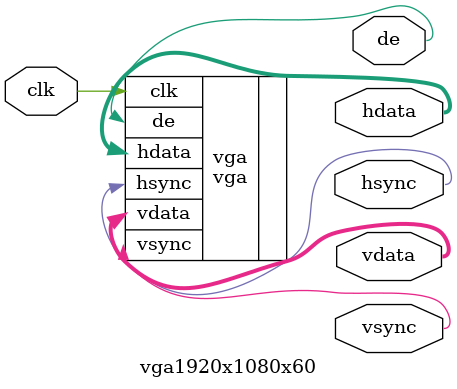
<source format=v>
`timescale 1ns / 100ps
module vga1920x1080x60
(
	input wire clk,
	output wire hsync,
	output wire vsync,
	output wire [11:0] hdata,
	output wire [11:0] vdata,
	output wire de
);
	 
	// Instantiate
	vga #(12, 1920, 1976, 2008, 2200, 1080, 1083, 1085, 1125, 0, 0) vga (
		.clk(clk), 
		.hdata(hdata),
		.vdata(vdata),
		.hsync(hsync),
		.vsync(vsync),
		.de(de)
	);

endmodule


</source>
